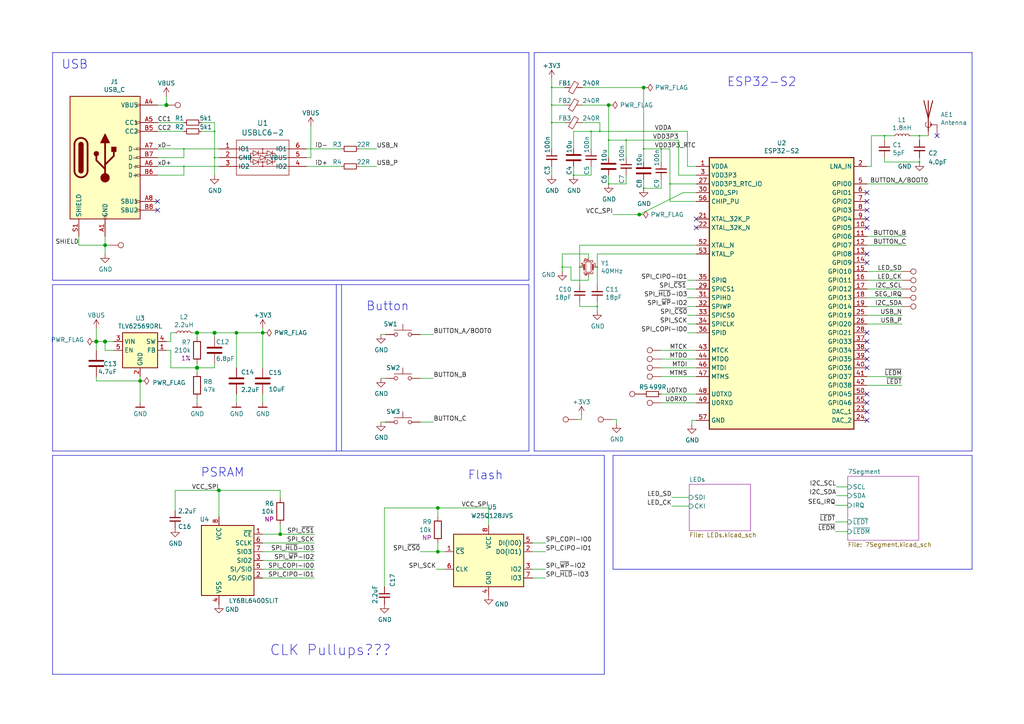
<source format=kicad_sch>
(kicad_sch (version 20210621) (generator eeschema)
  (paper "A4")
  (lib_symbols
    (symbol "Connector:TestPoint" (pin_numbers hide) (pin_names (offset 0.762) hide)
      (property "Reference" "TP" (at 0 6.858 0))
      (property "Value" "TestPoint" (at 0 5.08 0))
      (symbol "TestPoint_1_1"
        (pin passive line (at 0 0 90) (length 2.54) (name "1") (number "1"))
      )
    )
    (symbol "Connector:USB_C_Receptacle_USB2.0"
      (property "Reference" "J" (at -10.16 19.05 0))
      (property "Value" "USB_C_Receptacle_USB2.0" (at 19.05 19.05 0))
      (symbol "USB_C_Receptacle_USB2.0_1_1"
        (pin power_in line (at 0 -22.86 90) (length 5.08) (name "GND") (number "A1"))
        (pin passive line (at 0 -22.86 90) (length 5.08) hide (name "GND") (number "A12"))
        (pin power_in line (at 15.24 15.24 180) (length 5.08) (name "VBUS") (number "A4"))
        (pin bidirectional line (at 15.24 10.16 180) (length 5.08) (name "CC1") (number "A5"))
        (pin bidirectional line (at 15.24 -2.54 180) (length 5.08) (name "D+") (number "A6"))
        (pin bidirectional line (at 15.24 2.54 180) (length 5.08) (name "D-") (number "A7"))
        (pin bidirectional line (at 15.24 -12.7 180) (length 5.08) (name "SBU1") (number "A8"))
        (pin passive line (at 15.24 15.24 180) (length 5.08) hide (name "VBUS") (number "A9"))
        (pin passive line (at 0 -22.86 90) (length 5.08) hide (name "GND") (number "B1"))
        (pin passive line (at 0 -22.86 90) (length 5.08) hide (name "GND") (number "B12"))
        (pin passive line (at 15.24 15.24 180) (length 5.08) hide (name "VBUS") (number "B4"))
        (pin bidirectional line (at 15.24 7.62 180) (length 5.08) (name "CC2") (number "B5"))
        (pin bidirectional line (at 15.24 -5.08 180) (length 5.08) (name "D+") (number "B6"))
        (pin bidirectional line (at 15.24 0 180) (length 5.08) (name "D-") (number "B7"))
        (pin bidirectional line (at 15.24 -15.24 180) (length 5.08) (name "SBU2") (number "B8"))
        (pin passive line (at 15.24 15.24 180) (length 5.08) hide (name "VBUS") (number "B9"))
        (pin passive line (at -7.62 -22.86 90) (length 5.08) (name "SHIELD") (number "S1"))
      )
    )
    (symbol "Device:Antenna_Shield" (pin_numbers hide) (pin_names hide)
      (property "Reference" "AE" (at -1.905 4.445 0))
      (property "Value" "Antenna_Shield" (at -1.905 2.54 0))
      (symbol "Antenna_Shield_1_1"
        (pin input line (at 0 -5.08 90) (length 2.54) (name "A") (number "1"))
        (pin input line (at 2.54 -5.08 90) (length 2.54) (name "Shield") (number "2"))
      )
    )
    (symbol "Device:C" (pin_numbers hide) (pin_names (offset 0.254))
      (property "Reference" "C" (at 0.635 2.54 0))
      (property "Value" "C" (at 0.635 -2.54 0))
      (symbol "C_1_1"
        (pin passive line (at 0 3.81 270) (length 2.794) (name "~") (number "1"))
        (pin passive line (at 0 -3.81 90) (length 2.794) (name "~") (number "2"))
      )
    )
    (symbol "Device:C_1" (pin_numbers hide) (pin_names (offset 0.254))
      (property "Reference" "C" (at 0.635 2.54 0))
      (property "Value" "C" (at 0.635 -2.54 0))
      (symbol "C_1_1_1"
        (pin passive line (at 0 3.81 270) (length 2.794) (name "~") (number "1"))
        (pin passive line (at 0 -3.81 90) (length 2.794) (name "~") (number "2"))
      )
    )
    (symbol "Device:Crystal_GND24_Small" (pin_names hide)
      (property "Reference" "Y" (at 1.27 4.445 0))
      (property "Value" "Crystal_GND24_Small" (at 1.27 2.54 0))
      (symbol "Crystal_GND24_Small_1_1"
        (pin passive line (at -2.54 0 0) (length 1.27) (name "1") (number "1"))
        (pin passive line (at 0 -2.54 90) (length 0.635) (name "2") (number "2"))
        (pin passive line (at 2.54 0 180) (length 1.27) (name "3") (number "3"))
        (pin passive line (at 0 2.54 270) (length 0.635) (name "4") (number "4"))
      )
    )
    (symbol "Device:Ferrite_Bead_Small" (pin_numbers hide) (pin_names (offset 0))
      (property "Reference" "FB" (at 1.905 1.27 0))
      (property "Value" "Ferrite_Bead_Small" (at 1.905 -1.27 0))
      (symbol "Ferrite_Bead_Small_1_1"
        (pin passive line (at 0 2.54 270) (length 1.27) (name "~") (number "1"))
        (pin passive line (at 0 -2.54 90) (length 1.27) (name "~") (number "2"))
      )
    )
    (symbol "Device:L_Small" (pin_numbers hide) (pin_names (offset 0.254) hide)
      (property "Reference" "L" (at 0.762 1.016 0))
      (property "Value" "L_Small" (at 0.762 -1.016 0))
      (symbol "L_Small_1_1"
        (pin passive line (at 0 2.54 270) (length 0.508) (name "~") (number "1"))
        (pin passive line (at 0 -2.54 90) (length 0.508) (name "~") (number "2"))
      )
    )
    (symbol "Device:L_Small_1" (pin_numbers hide) (pin_names (offset 0.254) hide)
      (property "Reference" "L" (at 0.762 1.016 0))
      (property "Value" "L_Small" (at 0.762 -1.016 0))
      (symbol "L_Small_1_1_1"
        (pin passive line (at 0 2.54 270) (length 0.508) (name "~") (number "1"))
        (pin passive line (at 0 -2.54 90) (length 0.508) (name "~") (number "2"))
      )
    )
    (symbol "Device:R_3" (pin_numbers hide) (pin_names (offset 0))
      (property "Reference" "R" (at 2.032 0 90))
      (property "Value" "R" (at 0 0 90))
      (symbol "R_3_1_1"
        (pin passive line (at 0 3.81 270) (length 1.27) (name "~") (number "1"))
        (pin passive line (at 0 -3.81 90) (length 1.27) (name "~") (number "2"))
      )
    )
    (symbol "Device:R_4" (pin_numbers hide) (pin_names (offset 0))
      (property "Reference" "R" (at 2.032 0 90))
      (property "Value" "R" (at 0 0 90))
      (symbol "R_4_1_1"
        (pin passive line (at 0 3.81 270) (length 1.27) (name "~") (number "1"))
        (pin passive line (at 0 -3.81 90) (length 1.27) (name "~") (number "2"))
      )
    )
    (symbol "Memory_Flash:W25Q128JVS"
      (property "Reference" "U" (at -8.89 8.89 0))
      (property "Value" "W25Q128JVS" (at 7.62 8.89 0))
      (symbol "W25Q128JVS_1_1"
        (pin input line (at -12.7 2.54 0) (length 2.54) (name "~{CS}") (number "1"))
        (pin bidirectional line (at 12.7 2.54 180) (length 2.54) (name "DO(IO1)") (number "2"))
        (pin bidirectional line (at 12.7 -2.54 180) (length 2.54) (name "IO2") (number "3"))
        (pin power_in line (at 0 -10.16 90) (length 2.54) (name "GND") (number "4"))
        (pin bidirectional line (at 12.7 5.08 180) (length 2.54) (name "DI(IO0)") (number "5"))
        (pin input line (at -12.7 -2.54 0) (length 2.54) (name "CLK") (number "6"))
        (pin bidirectional line (at 12.7 -5.08 180) (length 2.54) (name "IO3") (number "7"))
        (pin power_in line (at 0 10.16 270) (length 2.54) (name "VCC") (number "8"))
      )
    )
    (symbol "Memory_RAM:ESP-PSRAM32"
      (property "Reference" "U" (at 3.81 11.43 0))
      (property "Value" "ESP-PSRAM32" (at -1.27 -11.43 0))
      (symbol "ESP-PSRAM32_1_1"
        (pin input line (at 10.16 7.62 180) (length 2.54) (name "~{CE}") (number "1"))
        (pin output line (at 10.16 -5.08 180) (length 2.54) (name "SO/SIO") (number "2"))
        (pin bidirectional line (at 10.16 0 180) (length 2.54) (name "SIO2") (number "3"))
        (pin power_in line (at -2.54 -12.7 90) (length 2.54) (name "VSS") (number "4"))
        (pin input line (at 10.16 -2.54 180) (length 2.54) (name "SI/SIO") (number "5"))
        (pin output line (at 10.16 5.08 180) (length 2.54) (name "SCLK") (number "6"))
        (pin bidirectional line (at 10.16 2.54 180) (length 2.54) (name "SIO3") (number "7"))
        (pin power_in line (at -2.54 12.7 270) (length 2.54) (name "VCC") (number "8"))
      )
    )
    (symbol "Regulator_Switching:TLV62569DRL"
      (property "Reference" "U" (at -5.08 6.35 0))
      (property "Value" "TLV62569DRL" (at 0 6.35 0))
      (symbol "TLV62569DRL_1_1"
        (pin input line (at 7.62 0 180) (length 2.54) (name "FB") (number "1"))
        (pin power_in line (at 0 -7.62 90) (length 2.54) (name "GND") (number "2"))
        (pin power_in line (at -7.62 2.54 0) (length 2.54) (name "VIN") (number "3"))
        (pin power_out line (at 7.62 2.54 180) (length 2.54) (name "SW") (number "4"))
        (pin input line (at -7.62 0 0) (length 2.54) (name "EN") (number "5"))
        (pin no_connect line (at 5.08 -2.54 180) (length 2.54) hide (name "NC") (number "6"))
      )
    )
    (symbol "Switch:SW_Push" (pin_numbers hide) (pin_names (offset 1.016) hide)
      (property "Reference" "SW" (at 1.27 2.54 0))
      (property "Value" "SW_Push" (at 0 -1.524 0))
      (symbol "SW_Push_0_1"
        (pin passive line (at -5.08 0 0) (length 2.54) (name "1") (number "1"))
        (pin passive line (at 5.08 0 180) (length 2.54) (name "2") (number "2"))
      )
    )
    (symbol "gkl_power:GND" (power) (pin_names (offset 0))
      (property "Value" "GND" (at 0 -2.54 0))
      (symbol "GND_1_1"
        (pin power_in line (at 0 0 270) (length 0) hide (name "GND") (number "1"))
      )
    )
    (symbol "icebreaker-bitsy-rescue:USBLC6-2-pkl_misc"
      (property "Reference" "U" (at 0 -7.62 0))
      (property "Value" "USBLC6-2-pkl_misc" (at 0 7.62 0))
      (symbol "USBLC6-2-pkl_misc_1_1"
        (pin bidirectional line (at -12.7 2.54 0) (length 5.08) (name "IO1") (number "1"))
        (pin power_in line (at -12.7 0 0) (length 5.08) (name "GND") (number "2"))
        (pin bidirectional line (at -12.7 -2.54 0) (length 5.08) (name "IO2") (number "3"))
        (pin bidirectional line (at 12.7 -2.54 180) (length 5.08) (name "IO2") (number "4"))
        (pin power_in line (at 12.7 0 180) (length 5.08) (name "VBUS") (number "5"))
        (pin bidirectional line (at 12.7 2.54 180) (length 5.08) (name "IO1") (number "6"))
      )
    )
    (symbol "icebreaker-bitsy-rescue:pkl_C-pkl_device" (pin_numbers hide) (pin_names (offset 0.254))
      (property "Reference" "C" (at 0.635 2.54 0))
      (property "Value" "pkl_C-pkl_device" (at 0.635 -2.54 0))
      (symbol "pkl_C-pkl_device_1_1"
        (pin passive line (at 0 2.54 270) (length 1.524) (name "~") (number "1"))
        (pin passive line (at 0 -2.54 90) (length 1.524) (name "~") (number "2"))
      )
    )
    (symbol "icebreaker-bitsy-rescue:pkl_C_Small-pkl_device" (pin_numbers hide) (pin_names (offset 0.254) hide)
      (property "Reference" "C" (at 0.254 1.778 0))
      (property "Value" "pkl_C_Small-pkl_device" (at 0.254 -2.032 0))
      (symbol "pkl_C_Small-pkl_device_1_1"
        (pin passive line (at 0 2.54 270) (length 1.905) (name "~") (number "1"))
        (pin passive line (at 0 -2.54 90) (length 2.032) (name "~") (number "2"))
      )
    )
    (symbol "icebreaker-bitsy-rescue:pkl_R_Small-pkl_device" (pin_numbers hide) (pin_names (offset 0.254) hide)
      (property "Reference" "R" (at 0.762 0.508 0))
      (property "Value" "pkl_R_Small-pkl_device" (at 0.762 -1.016 0))
      (symbol "pkl_R_Small-pkl_device_1_1"
        (pin passive line (at 0 2.54 270) (length 0.762) (name "~") (number "1"))
        (pin passive line (at 0 -2.54 90) (length 0.762) (name "~") (number "2"))
      )
    )
    (symbol "obsidian-boa:ESP32-S2"
      (property "Reference" "U" (at 0 41.91 0))
      (property "Value" "ESP32-S2" (at 0 39.37 0))
      (symbol "ESP32-S2_1_1"
        (pin input line (at -24.13 34.29 0) (length 3.81) (name "VDDA") (number "1"))
        (pin input line (at 25.4 16.51 180) (length 3.81) (name "GPIO5") (number "10"))
        (pin input line (at 25.4 13.97 180) (length 3.81) (name "GPIO6") (number "11"))
        (pin input line (at 25.4 11.43 180) (length 3.81) (name "GPIO7") (number "12"))
        (pin input line (at 25.4 8.89 180) (length 3.81) (name "GPIO8") (number "13"))
        (pin input line (at 25.4 6.35 180) (length 3.81) (name "GPIO9") (number "14"))
        (pin input line (at 25.4 3.81 180) (length 3.81) (name "GPIO10") (number "15"))
        (pin input line (at 25.4 1.27 180) (length 3.81) (name "GPIO11") (number "16"))
        (pin input line (at 25.4 -1.27 180) (length 3.81) (name "GPIO12") (number "17"))
        (pin input line (at 25.4 -3.81 180) (length 3.81) (name "GPIO13") (number "18"))
        (pin input line (at 25.4 -6.35 180) (length 3.81) (name "GPIO14") (number "19"))
        (pin input line (at 25.4 34.29 180) (length 3.81) (name "LNA_IN") (number "2"))
        (pin input line (at -24.13 29.21 0) (length 3.81) hide (name "VDD3P3_RTC") (number "20"))
        (pin input line (at -24.13 19.05 0) (length 3.81) (name "XTAL_32K_P") (number "21"))
        (pin input line (at -24.13 16.51 0) (length 3.81) (name "XTAL_32K_N") (number "22"))
        (pin input line (at 25.4 -36.83 180) (length 3.81) (name "DAC_1") (number "23"))
        (pin input line (at 25.4 -39.37 180) (length 3.81) (name "DAC_2") (number "24"))
        (pin input line (at 25.4 -8.89 180) (length 3.81) (name "GPIO19") (number "25"))
        (pin input line (at 25.4 -11.43 180) (length 3.81) (name "GPIO20") (number "26"))
        (pin input line (at -24.13 29.21 0) (length 3.81) (name "VDD3P3_RTC_IO") (number "27"))
        (pin input line (at 25.4 -13.97 180) (length 3.81) (name "GPIO21") (number "28"))
        (pin input line (at -24.13 -1.27 0) (length 3.81) (name "SPICS1") (number "29"))
        (pin input line (at -24.13 31.75 0) (length 3.81) (name "VDD3P3") (number "3"))
        (pin input line (at -24.13 26.67 0) (length 3.81) (name "VDD_SPI") (number "30"))
        (pin input line (at -24.13 -3.81 0) (length 3.81) (name "SPIHD") (number "31"))
        (pin input line (at -24.13 -6.35 0) (length 3.81) (name "SPIWP") (number "32"))
        (pin input line (at -24.13 -8.89 0) (length 3.81) (name "SPICS0") (number "33"))
        (pin input line (at -24.13 -11.43 0) (length 3.81) (name "SPICLK") (number "34"))
        (pin input line (at -24.13 1.27 0) (length 3.81) (name "SPIQ") (number "35"))
        (pin input line (at -24.13 -13.97 0) (length 3.81) (name "SPID") (number "36"))
        (pin input line (at 25.4 -16.51 180) (length 3.81) (name "GPIO33") (number "37"))
        (pin input line (at 25.4 -19.05 180) (length 3.81) (name "GPIO34") (number "38"))
        (pin input line (at 25.4 -21.59 180) (length 3.81) (name "GPIO35") (number "39"))
        (pin input line (at -24.13 31.75 0) (length 3.81) hide (name "VDD3P3") (number "4"))
        (pin input line (at 25.4 -24.13 180) (length 3.81) (name "GPIO36") (number "40"))
        (pin input line (at 25.4 -26.67 180) (length 3.81) (name "GPIO37") (number "41"))
        (pin input line (at 25.4 -29.21 180) (length 3.81) (name "GPIO38") (number "42"))
        (pin input line (at -24.13 -19.05 0) (length 3.81) (name "MTCK") (number "43"))
        (pin input line (at -24.13 -21.59 0) (length 3.81) (name "MTDO") (number "44"))
        (pin input line (at -24.13 29.21 0) (length 3.81) hide (name "VDD3P3_CPU") (number "45"))
        (pin input line (at -24.13 -24.13 0) (length 3.81) (name "MTDI") (number "46"))
        (pin input line (at -24.13 -26.67 0) (length 3.81) (name "MTMS") (number "47"))
        (pin input line (at -24.13 -31.75 0) (length 3.81) (name "U0TXD") (number "48"))
        (pin input line (at -24.13 -34.29 0) (length 3.81) (name "U0RXD") (number "49"))
        (pin input line (at 25.4 29.21 180) (length 3.81) (name "GPIO0") (number "5"))
        (pin input line (at 25.4 -31.75 180) (length 3.81) (name "GPIO45") (number "50"))
        (pin input line (at -24.13 34.29 0) (length 3.81) hide (name "VDDA") (number "51"))
        (pin input line (at -24.13 11.43 0) (length 3.81) (name "XTAL_N") (number "52"))
        (pin input line (at -24.13 8.89 0) (length 3.81) (name "KTAL_P") (number "53"))
        (pin input line (at -24.13 34.29 0) (length 3.81) hide (name "VDDA") (number "54"))
        (pin input line (at 25.4 -34.29 180) (length 3.81) (name "GPIO46") (number "55"))
        (pin input line (at -24.13 24.13 0) (length 3.81) (name "CHIP_PU") (number "56"))
        (pin input line (at -24.13 -39.37 0) (length 3.81) (name "GND") (number "57"))
        (pin input line (at 25.4 26.67 180) (length 3.81) (name "GPIO1") (number "6"))
        (pin input line (at 25.4 24.13 180) (length 3.81) (name "GPIO2") (number "7"))
        (pin input line (at 25.4 21.59 180) (length 3.81) (name "GPIO3") (number "8"))
        (pin input line (at 25.4 19.05 180) (length 3.81) (name "GPIO4") (number "9"))
      )
    )
    (symbol "power:+3V3" (power) (pin_names (offset 0))
      (property "Value" "+3V3" (at 0 3.556 0))
      (symbol "+3V3_1_1"
        (pin power_in line (at 0 0 90) (length 0) hide (name "+3V3") (number "1"))
      )
    )
    (symbol "power:GND" (power) (pin_names (offset 0))
      (property "Value" "GND" (at 0 -3.81 0))
      (symbol "GND_1_1"
        (pin power_in line (at 0 0 270) (length 0) hide (name "GND") (number "1"))
      )
    )
    (symbol "power:PWR_FLAG" (power) (pin_numbers hide) (pin_names (offset 0) hide)
      (property "Value" "PWR_FLAG" (at 0 3.81 0))
      (symbol "PWR_FLAG_0_0"
        (pin power_out line (at 0 0 90) (length 0) (name "pwr") (number "1"))
      )
    )
    (symbol "power:VBUS" (power) (pin_names (offset 0))
      (property "Value" "VBUS" (at 0 3.81 0))
      (symbol "VBUS_1_1"
        (pin power_in line (at 0 0 90) (length 0) hide (name "VBUS") (number "1"))
      )
    )
  )
  (junction (at 27.94 99.06) (diameter 1.016))
  (junction (at 30.48 71.12) (diameter 0.9144))
  (junction (at 30.48 99.06) (diameter 1.016))
  (junction (at 40.64 110.49) (diameter 0.9144))
  (junction (at 48.26 30.48) (diameter 1.016))
  (junction (at 53.34 43.18) (diameter 0.3048))
  (junction (at 53.34 48.26) (diameter 0.3048))
  (junction (at 57.15 96.52) (diameter 1))
  (junction (at 57.15 106.68) (diameter 1.016))
  (junction (at 62.23 38.1) (diameter 0.3048))
  (junction (at 62.23 45.72) (diameter 0.3048))
  (junction (at 62.23 96.52) (diameter 1))
  (junction (at 63.5 142.24) (diameter 0.9144))
  (junction (at 68.58 96.52) (diameter 0.9144))
  (junction (at 76.2 96.52) (diameter 0.9144))
  (junction (at 81.28 154.94) (diameter 0.9144))
  (junction (at 127 147.32) (diameter 0.9144))
  (junction (at 127 160.02) (diameter 0.9144))
  (junction (at 160.02 25.4) (diameter 0.3048))
  (junction (at 160.02 30.48) (diameter 0.3048))
  (junction (at 160.02 35.56) (diameter 0.3048))
  (junction (at 163.068 77.47) (diameter 0.3048))
  (junction (at 166.37 50.8) (diameter 0.3048))
  (junction (at 168.148 77.47) (diameter 0.3048))
  (junction (at 171.45 38.1) (diameter 0.3048))
  (junction (at 173.228 77.47) (diameter 0.3048))
  (junction (at 173.228 88.9) (diameter 0.3048))
  (junction (at 173.99 38.1) (diameter 0.3048))
  (junction (at 176.53 30.48) (diameter 0.9144))
  (junction (at 176.53 40.64) (diameter 0.3048))
  (junction (at 176.53 53.34) (diameter 0.3048))
  (junction (at 181.61 40.64) (diameter 0.3048))
  (junction (at 185.42 62.23) (diameter 0.9144))
  (junction (at 186.69 25.4) (diameter 0.9144))
  (junction (at 186.69 43.18) (diameter 0.3048))
  (junction (at 186.69 54.61) (diameter 0.3048))
  (junction (at 191.77 43.18) (diameter 0.3048))
  (junction (at 194.31 53.34) (diameter 0.3048))
  (junction (at 256.54 39.37) (diameter 0.3048))
  (junction (at 266.7 39.37) (diameter 0.3048))
  (junction (at 266.7 46.99) (diameter 0.3048))
  (no_connect (at 45.72 58.42))
  (no_connect (at 45.72 60.96))
  (no_connect (at 201.93 63.5))
  (no_connect (at 201.93 66.04))
  (no_connect (at 251.46 55.88))
  (no_connect (at 251.46 58.42))
  (no_connect (at 251.46 60.96))
  (no_connect (at 251.46 63.5))
  (no_connect (at 251.46 66.04))
  (no_connect (at 251.46 73.66))
  (no_connect (at 251.46 76.2))
  (no_connect (at 251.46 96.52))
  (no_connect (at 251.46 99.06))
  (no_connect (at 251.46 101.6))
  (no_connect (at 251.46 104.14))
  (no_connect (at 251.46 106.68))
  (no_connect (at 251.46 114.3))
  (no_connect (at 251.46 116.84))
  (no_connect (at 251.46 119.38))
  (no_connect (at 251.46 121.92))
  (no_connect (at 271.78 39.37))
  (wire (pts (xy 22.86 68.58) (xy 22.86 71.12)))
  (wire (pts (xy 22.86 71.12) (xy 30.48 71.12)))
  (wire (pts (xy 27.94 95.25) (xy 27.94 99.06)))
  (wire (pts (xy 27.94 99.06) (xy 27.94 101.6)))
  (wire (pts (xy 27.94 99.06) (xy 30.48 99.06)))
  (wire (pts (xy 27.94 109.22) (xy 27.94 110.49)))
  (wire (pts (xy 27.94 110.49) (xy 40.64 110.49)))
  (wire (pts (xy 30.48 68.58) (xy 30.48 71.12)))
  (wire (pts (xy 30.48 71.12) (xy 30.48 73.66)))
  (wire (pts (xy 30.48 71.12) (xy 31.75 71.12)))
  (wire (pts (xy 30.48 99.06) (xy 33.02 99.06)))
  (wire (pts (xy 30.48 101.6) (xy 30.48 99.06)))
  (wire (pts (xy 33.02 101.6) (xy 30.48 101.6)))
  (wire (pts (xy 40.64 109.22) (xy 40.64 110.49)))
  (wire (pts (xy 40.64 110.49) (xy 40.64 116.84)))
  (wire (pts (xy 45.72 30.48) (xy 48.26 30.48)))
  (wire (pts (xy 45.72 35.56) (xy 53.34 35.56)))
  (wire (pts (xy 45.72 38.1) (xy 53.34 38.1)))
  (wire (pts (xy 45.72 43.18) (xy 53.34 43.18)))
  (wire (pts (xy 45.72 45.72) (xy 53.34 45.72)))
  (wire (pts (xy 45.72 48.26) (xy 53.34 48.26)))
  (wire (pts (xy 45.72 50.8) (xy 53.34 50.8)))
  (wire (pts (xy 48.26 27.94) (xy 48.26 30.48)))
  (wire (pts (xy 49.53 96.52) (xy 49.53 99.06)))
  (wire (pts (xy 49.53 96.52) (xy 50.8 96.52)))
  (wire (pts (xy 49.53 99.06) (xy 48.26 99.06)))
  (wire (pts (xy 49.53 101.6) (xy 48.26 101.6)))
  (wire (pts (xy 49.53 106.68) (xy 49.53 101.6)))
  (wire (pts (xy 50.8 142.24) (xy 63.5 142.24)))
  (wire (pts (xy 50.8 148.082) (xy 50.8 142.24)))
  (wire (pts (xy 53.34 43.18) (xy 63.5 43.18)))
  (wire (pts (xy 53.34 45.72) (xy 53.34 43.18)))
  (wire (pts (xy 53.34 48.26) (xy 63.5 48.26)))
  (wire (pts (xy 53.34 50.8) (xy 53.34 48.26)))
  (wire (pts (xy 55.88 96.52) (xy 57.15 96.52)))
  (wire (pts (xy 57.15 96.52) (xy 57.15 97.79)))
  (wire (pts (xy 57.15 96.52) (xy 62.23 96.52)))
  (wire (pts (xy 57.15 105.41) (xy 57.15 106.68)))
  (wire (pts (xy 57.15 106.68) (xy 49.53 106.68)))
  (wire (pts (xy 57.15 106.68) (xy 57.15 107.95)))
  (wire (pts (xy 57.15 115.57) (xy 57.15 116.84)))
  (wire (pts (xy 58.42 35.56) (xy 62.23 35.56)))
  (wire (pts (xy 58.42 38.1) (xy 62.23 38.1)))
  (wire (pts (xy 62.23 35.56) (xy 62.23 38.1)))
  (wire (pts (xy 62.23 38.1) (xy 62.23 45.72)))
  (wire (pts (xy 62.23 45.72) (xy 62.23 50.8)))
  (wire (pts (xy 62.23 96.52) (xy 62.23 97.79)))
  (wire (pts (xy 62.23 96.52) (xy 68.58 96.52)))
  (wire (pts (xy 62.23 105.41) (xy 62.23 106.68)))
  (wire (pts (xy 62.23 106.68) (xy 57.15 106.68)))
  (wire (pts (xy 63.5 45.72) (xy 62.23 45.72)))
  (wire (pts (xy 63.5 142.24) (xy 63.5 149.86)))
  (wire (pts (xy 68.58 96.52) (xy 68.58 106.68)))
  (wire (pts (xy 68.58 96.52) (xy 76.2 96.52)))
  (wire (pts (xy 68.58 114.3) (xy 68.58 116.84)))
  (wire (pts (xy 76.2 95.25) (xy 76.2 96.52)))
  (wire (pts (xy 76.2 96.52) (xy 76.2 106.68)))
  (wire (pts (xy 76.2 114.3) (xy 76.2 116.84)))
  (wire (pts (xy 76.2 154.94) (xy 81.28 154.94)))
  (wire (pts (xy 76.2 157.48) (xy 91.186 157.48)))
  (wire (pts (xy 76.2 160.02) (xy 91.186 160.02)))
  (wire (pts (xy 76.2 162.56) (xy 91.186 162.56)))
  (wire (pts (xy 76.2 165.1) (xy 91.186 165.1)))
  (wire (pts (xy 76.2 167.64) (xy 91.186 167.64)))
  (wire (pts (xy 81.28 142.24) (xy 63.5 142.24)))
  (wire (pts (xy 81.28 144.526) (xy 81.28 142.24)))
  (wire (pts (xy 81.28 152.146) (xy 81.28 154.94)))
  (wire (pts (xy 81.28 154.94) (xy 91.186 154.94)))
  (wire (pts (xy 88.9 43.18) (xy 99.06 43.18)))
  (wire (pts (xy 88.9 45.72) (xy 90.17 45.72)))
  (wire (pts (xy 88.9 48.26) (xy 99.06 48.26)))
  (wire (pts (xy 90.17 45.72) (xy 90.17 36.576)))
  (wire (pts (xy 104.14 43.18) (xy 109.22 43.18)))
  (wire (pts (xy 104.14 48.26) (xy 109.22 48.26)))
  (wire (pts (xy 111.506 147.32) (xy 111.506 170.18)))
  (wire (pts (xy 111.506 147.32) (xy 127 147.32)))
  (wire (pts (xy 111.76 97.028) (xy 110.49 97.028)))
  (wire (pts (xy 111.76 109.728) (xy 110.49 109.728)))
  (wire (pts (xy 111.76 122.428) (xy 110.49 122.428)))
  (wire (pts (xy 121.92 97.028) (xy 125.73 97.028)))
  (wire (pts (xy 121.92 109.728) (xy 125.73 109.728)))
  (wire (pts (xy 121.92 122.428) (xy 125.73 122.428)))
  (wire (pts (xy 121.92 160.02) (xy 127 160.02)))
  (wire (pts (xy 126.492 165.1) (xy 129.032 165.1)))
  (wire (pts (xy 127 147.32) (xy 141.732 147.32)))
  (wire (pts (xy 127 149.86) (xy 127 147.32)))
  (wire (pts (xy 127 157.48) (xy 127 160.02)))
  (wire (pts (xy 127 160.02) (xy 129.032 160.02)))
  (wire (pts (xy 141.732 147.32) (xy 141.732 152.4)))
  (wire (pts (xy 154.432 157.48) (xy 158.242 157.48)))
  (wire (pts (xy 154.432 160.02) (xy 158.242 160.02)))
  (wire (pts (xy 154.432 165.1) (xy 158.242 165.1)))
  (wire (pts (xy 154.432 167.64) (xy 158.242 167.64)))
  (wire (pts (xy 160.02 22.86) (xy 160.02 25.4)))
  (wire (pts (xy 160.02 25.4) (xy 160.02 30.48)))
  (wire (pts (xy 160.02 25.4) (xy 163.83 25.4)))
  (wire (pts (xy 160.02 30.48) (xy 160.02 35.56)))
  (wire (pts (xy 160.02 30.48) (xy 163.83 30.48)))
  (wire (pts (xy 160.02 35.56) (xy 160.02 43.18)))
  (wire (pts (xy 160.02 35.56) (xy 163.83 35.56)))
  (wire (pts (xy 160.02 50.8) (xy 160.02 48.26)))
  (wire (pts (xy 163.068 73.66) (xy 170.688 73.66)))
  (wire (pts (xy 163.068 77.47) (xy 163.068 73.66)))
  (wire (pts (xy 163.068 78.74) (xy 163.068 77.47)))
  (wire (pts (xy 165.608 77.47) (xy 163.068 77.47)))
  (wire (pts (xy 165.608 81.28) (xy 165.608 77.47)))
  (wire (pts (xy 166.37 38.1) (xy 171.45 38.1)))
  (wire (pts (xy 166.37 43.18) (xy 166.37 38.1)))
  (wire (pts (xy 166.37 48.26) (xy 166.37 50.8)))
  (wire (pts (xy 166.37 50.8) (xy 171.45 50.8)))
  (wire (pts (xy 167.386 121.666) (xy 168.656 121.666)))
  (wire (pts (xy 168.148 71.12) (xy 201.93 71.12)))
  (wire (pts (xy 168.148 77.47) (xy 168.148 71.12)))
  (wire (pts (xy 168.148 82.55) (xy 168.148 77.47)))
  (wire (pts (xy 168.148 87.63) (xy 168.148 88.9)))
  (wire (pts (xy 168.148 88.9) (xy 173.228 88.9)))
  (wire (pts (xy 168.656 121.666) (xy 168.656 120.396)))
  (wire (pts (xy 168.91 25.4) (xy 186.69 25.4)))
  (wire (pts (xy 168.91 30.48) (xy 176.53 30.48)))
  (wire (pts (xy 168.91 35.56) (xy 173.99 35.56)))
  (wire (pts (xy 170.688 73.66) (xy 170.688 74.93)))
  (wire (pts (xy 170.688 80.01) (xy 170.688 81.28)))
  (wire (pts (xy 170.688 81.28) (xy 165.608 81.28)))
  (wire (pts (xy 171.45 38.1) (xy 171.45 43.18)))
  (wire (pts (xy 171.45 38.1) (xy 173.99 38.1)))
  (wire (pts (xy 171.45 48.26) (xy 171.45 50.8)))
  (wire (pts (xy 173.228 73.66) (xy 173.228 77.47)))
  (wire (pts (xy 173.228 73.66) (xy 201.93 73.66)))
  (wire (pts (xy 173.228 82.55) (xy 173.228 77.47)))
  (wire (pts (xy 173.228 88.9) (xy 173.228 87.63)))
  (wire (pts (xy 173.228 88.9) (xy 173.228 90.17)))
  (wire (pts (xy 173.99 35.56) (xy 173.99 38.1)))
  (wire (pts (xy 176.53 30.48) (xy 176.53 40.64)))
  (wire (pts (xy 176.53 40.64) (xy 181.61 40.64)))
  (wire (pts (xy 176.53 45.72) (xy 176.53 40.64)))
  (wire (pts (xy 176.53 50.8) (xy 176.53 53.34)))
  (wire (pts (xy 176.53 53.34) (xy 181.61 53.34)))
  (wire (pts (xy 177.546 121.666) (xy 178.816 121.666)))
  (wire (pts (xy 177.8 62.23) (xy 185.42 62.23)))
  (wire (pts (xy 178.816 121.666) (xy 178.816 122.936)))
  (wire (pts (xy 181.61 40.64) (xy 181.61 45.72)))
  (wire (pts (xy 181.61 50.8) (xy 181.61 53.34)))
  (wire (pts (xy 185.42 62.23) (xy 198.12 55.88)))
  (wire (pts (xy 186.69 25.4) (xy 186.69 43.18)))
  (wire (pts (xy 186.69 43.18) (xy 191.77 43.18)))
  (wire (pts (xy 186.69 46.99) (xy 186.69 43.18)))
  (wire (pts (xy 186.69 52.07) (xy 186.69 54.61)))
  (wire (pts (xy 186.69 54.61) (xy 191.77 54.61)))
  (wire (pts (xy 191.77 43.18) (xy 191.77 46.99)))
  (wire (pts (xy 191.77 52.07) (xy 191.77 54.61)))
  (wire (pts (xy 191.77 101.6) (xy 201.93 101.6)))
  (wire (pts (xy 191.77 104.14) (xy 201.93 104.14)))
  (wire (pts (xy 191.77 106.68) (xy 201.93 106.68)))
  (wire (pts (xy 191.77 109.22) (xy 201.93 109.22)))
  (wire (pts (xy 191.77 114.3) (xy 201.93 114.3)))
  (wire (pts (xy 191.77 116.84) (xy 201.93 116.84)))
  (wire (pts (xy 194.31 43.18) (xy 191.77 43.18)))
  (wire (pts (xy 194.31 53.34) (xy 194.31 43.18)))
  (wire (pts (xy 194.31 58.42) (xy 194.31 53.34)))
  (wire (pts (xy 194.31 58.42) (xy 201.93 58.42)))
  (wire (pts (xy 194.818 144.272) (xy 199.898 144.272)))
  (wire (pts (xy 194.818 146.812) (xy 199.898 146.812)))
  (wire (pts (xy 196.85 40.64) (xy 181.61 40.64)))
  (wire (pts (xy 196.85 50.8) (xy 196.85 40.64)))
  (wire (pts (xy 196.85 50.8) (xy 201.93 50.8)))
  (wire (pts (xy 198.12 55.88) (xy 201.93 55.88)))
  (wire (pts (xy 199.136 83.82) (xy 201.93 83.82)))
  (wire (pts (xy 199.39 38.1) (xy 173.99 38.1)))
  (wire (pts (xy 199.39 48.26) (xy 199.39 38.1)))
  (wire (pts (xy 200.66 121.92) (xy 201.93 121.92)))
  (wire (pts (xy 200.66 123.19) (xy 200.66 121.92)))
  (wire (pts (xy 201.93 48.26) (xy 199.39 48.26)))
  (wire (pts (xy 201.93 53.34) (xy 194.31 53.34)))
  (wire (pts (xy 201.93 81.28) (xy 199.39 81.28)))
  (wire (pts (xy 201.93 86.36) (xy 199.39 86.36)))
  (wire (pts (xy 201.93 88.9) (xy 199.39 88.9)))
  (wire (pts (xy 201.93 91.44) (xy 199.39 91.44)))
  (wire (pts (xy 201.93 93.98) (xy 199.39 93.98)))
  (wire (pts (xy 201.93 96.52) (xy 199.39 96.52)))
  (wire (pts (xy 242.316 146.558) (xy 245.872 146.558)))
  (wire (pts (xy 242.316 151.384) (xy 245.872 151.384)))
  (wire (pts (xy 242.316 154.178) (xy 245.872 154.178)))
  (wire (pts (xy 242.57 141.224) (xy 245.872 141.224)))
  (wire (pts (xy 242.57 143.764) (xy 245.872 143.764)))
  (wire (pts (xy 251.46 48.26) (xy 252.73 48.26)))
  (wire (pts (xy 251.46 53.34) (xy 269.24 53.34)))
  (wire (pts (xy 251.46 68.58) (xy 262.89 68.58)))
  (wire (pts (xy 251.46 71.12) (xy 262.89 71.12)))
  (wire (pts (xy 251.46 78.74) (xy 261.62 78.74)))
  (wire (pts (xy 251.46 81.28) (xy 261.62 81.28)))
  (wire (pts (xy 251.46 83.82) (xy 261.62 83.82)))
  (wire (pts (xy 251.46 86.36) (xy 261.62 86.36)))
  (wire (pts (xy 251.46 88.9) (xy 261.62 88.9)))
  (wire (pts (xy 251.46 91.44) (xy 261.62 91.44)))
  (wire (pts (xy 251.46 93.98) (xy 261.62 93.98)))
  (wire (pts (xy 251.46 109.22) (xy 261.62 109.22)))
  (wire (pts (xy 251.46 111.76) (xy 261.62 111.76)))
  (wire (pts (xy 252.73 39.37) (xy 256.54 39.37)))
  (wire (pts (xy 252.73 48.26) (xy 252.73 39.37)))
  (wire (pts (xy 256.54 39.37) (xy 259.08 39.37)))
  (wire (pts (xy 256.54 40.64) (xy 256.54 39.37)))
  (wire (pts (xy 256.54 45.72) (xy 256.54 46.99)))
  (wire (pts (xy 256.54 46.99) (xy 266.7 46.99)))
  (wire (pts (xy 264.16 39.37) (xy 266.7 39.37)))
  (wire (pts (xy 266.7 39.37) (xy 266.7 40.64)))
  (wire (pts (xy 266.7 39.37) (xy 269.24 39.37)))
  (wire (pts (xy 266.7 45.72) (xy 266.7 46.99)))
  (polyline (pts (xy 15.24 15.24) (xy 153.416 15.24)) (stroke (width 0) (type solid)))
  (polyline (pts (xy 15.24 81.28) (xy 15.24 15.24)) (stroke (width 0) (type solid)))
  (polyline (pts (xy 15.24 82.55) (xy 15.24 130.81)) (stroke (width 0) (type solid)))
  (polyline (pts (xy 15.24 82.55) (xy 153.416 82.55)) (stroke (width 0) (type solid)))
  (polyline (pts (xy 15.24 132.08) (xy 114.3 132.08)) (stroke (width 0.152) (type solid)))
  (polyline (pts (xy 15.24 195.58) (xy 15.24 132.08)) (stroke (width 0) (type solid)))
  (polyline (pts (xy 97.536 82.55) (xy 97.536 130.81)) (stroke (width 0) (type solid)))
  (polyline (pts (xy 99.06 82.55) (xy 99.06 130.81)) (stroke (width 0) (type solid)))
  (polyline (pts (xy 114.3 195.58) (xy 15.24 195.58)) (stroke (width 0) (type solid)))
  (polyline (pts (xy 114.3 195.58) (xy 175.26 195.58)) (stroke (width 0) (type solid)))
  (polyline (pts (xy 153.416 15.24) (xy 153.416 81.28)) (stroke (width 0) (type solid)))
  (polyline (pts (xy 153.416 81.28) (xy 15.24 81.28)) (stroke (width 0) (type solid)))
  (polyline (pts (xy 153.416 82.55) (xy 153.416 130.81)) (stroke (width 0) (type solid)))
  (polyline (pts (xy 153.416 130.81) (xy 15.24 130.81)) (stroke (width 0) (type solid)))
  (polyline (pts (xy 153.67 132.08) (xy 114.3 132.08)) (stroke (width 0) (type solid)))
  (polyline (pts (xy 153.67 132.08) (xy 153.67 132.08)) (stroke (width 0) (type solid)))
  (polyline (pts (xy 154.94 15.24) (xy 281.94 15.24)) (stroke (width 0) (type solid)))
  (polyline (pts (xy 154.94 130.81) (xy 154.94 15.24)) (stroke (width 0) (type solid)))
  (polyline (pts (xy 175.26 132.08) (xy 153.67 132.08)) (stroke (width 0) (type solid)))
  (polyline (pts (xy 175.26 195.58) (xy 175.26 132.08)) (stroke (width 0) (type solid)))
  (polyline (pts (xy 177.8 132.08) (xy 281.94 132.08)) (stroke (width 0) (type solid)))
  (polyline (pts (xy 177.8 165.1) (xy 177.8 132.08)) (stroke (width 0) (type solid)))
  (polyline (pts (xy 281.94 15.24) (xy 281.94 130.81)) (stroke (width 0) (type solid)))
  (polyline (pts (xy 281.94 130.81) (xy 154.94 130.81)) (stroke (width 0) (type solid)))
  (polyline (pts (xy 281.94 132.08) (xy 281.94 165.1)) (stroke (width 0) (type solid)))
  (polyline (pts (xy 281.94 165.1) (xy 177.8 165.1)) (stroke (width 0) (type solid)))
  (text "USB" (at 17.78 20.32 0) (effects (font (size 2.54 2.54)) (justify left bottom)))
  (text "CHECK AP102 FOOTPRINT PADS VDD + GND" (at 34.29 -33.655 0) (effects (font (size 5 5)) (justify left bottom)))
  (text "SWAP DCDC FOR THE 1A INSTEAD OF 2A\nDUE TO AVAILABILITY" (at 36.322 -7.874 0) (effects (font (size 5 5)) (justify left bottom)))
  (text "PSRAM" (at 58.166 138.684 0) (effects (font (size 2.54 2.54)) (justify left bottom)))
  (text "Button" (at 106.172 90.424 0) (effects (font (size 2.54 2.54)) (justify left bottom)))
  (text "CLK Pullups???" (at 113.538 190.5 180) (effects (font (size 3 3)) (justify right bottom)))
  (text "Flash" (at 135.636 139.446 0) (effects (font (size 2.54 2.54)) (justify left bottom)))
  (text "ESP32-S2\n" (at 210.82 25.4 0) (effects (font (size 2.54 2.54)) (justify left bottom)))
  (label "SHIELD" (at 22.86 71.12 180))
  (label "CC1" (at 45.72 35.56 0))
  (label "CC2" (at 45.72 38.1 0))
  (label "xD-" (at 45.72 43.18 0))
  (label "xD+" (at 45.72 48.26 0))
  (label "VCC_SPI" (at 63.5 142.24 180))
  (label "SPI_~{CS1}" (at 91.186 154.94 180))
  (label "SPI_SCK" (at 91.186 157.48 180))
  (label "SPI_~{HLD}-IO3" (at 91.186 160.02 180))
  (label "SPI_~{WP}-IO2" (at 91.186 162.56 180))
  (label "SPI_COPI-IO0" (at 91.186 165.1 180))
  (label "SPI_CIPO-IO1" (at 91.186 167.64 180))
  (label "iD-" (at 91.44 43.18 0))
  (label "iD+" (at 91.44 48.26 0))
  (label "USB_N" (at 109.22 43.18 0))
  (label "USB_P" (at 109.22 48.26 0))
  (label "SPI_~{CS0}" (at 121.92 160.02 180))
  (label "BUTTON_A{slash}BOOT0" (at 125.73 97.028 0))
  (label "BUTTON_B" (at 125.73 109.728 0))
  (label "BUTTON_C" (at 125.73 122.428 0))
  (label "SPI_SCK" (at 126.492 165.1 180))
  (label "VCC_SPI" (at 141.732 147.32 180))
  (label "SPI_COPI-IO0" (at 158.242 157.48 0))
  (label "SPI_CIPO-IO1" (at 158.242 160.02 0))
  (label "SPI_~{WP}-IO2" (at 158.242 165.1 0))
  (label "SPI_~{HLD}-IO3" (at 158.242 167.64 0))
  (label "VCC_SPI" (at 177.8 62.23 180))
  (label "VDDA" (at 189.865 38.1 0))
  (label "VDD3P3_RTC" (at 189.865 43.18 0))
  (label "LED_SD" (at 194.818 144.272 180))
  (label "LED_CK" (at 194.818 146.812 180))
  (label "VDD3P3" (at 196.85 40.64 180))
  (label "SPI_~{CS1}" (at 199.136 83.82 180))
  (label "SPI_CIPO-IO1" (at 199.39 81.28 180))
  (label "SPI_~{HLD}-IO3" (at 199.39 86.36 180))
  (label "SPI_~{WP}-IO2" (at 199.39 88.9 180))
  (label "SPI_~{CS0}" (at 199.39 91.44 180))
  (label "SPI_SCK" (at 199.39 93.98 180))
  (label "SPI_COPI-IO0" (at 199.39 96.52 180))
  (label "MTCK" (at 199.39 101.6 180))
  (label "MTDO" (at 199.39 104.14 180))
  (label "MTDI" (at 199.39 106.68 180))
  (label "MTMS" (at 199.39 109.22 180))
  (label "U0TXD" (at 199.39 114.3 180))
  (label "U0RXD" (at 199.39 116.84 180))
  (label "SEG_IRQ" (at 242.316 146.558 180))
  (label "~{LEDT}" (at 242.316 151.384 180))
  (label "~{LEDM}" (at 242.316 154.178 180))
  (label "I2C_SCL" (at 242.57 141.224 180))
  (label "I2C_SDA" (at 242.57 143.764 180))
  (label "LED_SD" (at 261.62 78.74 180))
  (label "LED_CK" (at 261.62 81.28 180))
  (label "I2C_SCL" (at 261.62 83.82 180))
  (label "SEG_IRQ" (at 261.62 86.36 180))
  (label "I2C_SDA" (at 261.62 88.9 180))
  (label "USB_N" (at 261.62 91.44 180))
  (label "USB_P" (at 261.62 93.98 180))
  (label "~{LEDM}" (at 261.62 109.22 180))
  (label "~{LEDT}" (at 261.62 111.76 180))
  (label "BUTTON_B" (at 262.89 68.58 180))
  (label "BUTTON_C" (at 262.89 71.12 180))
  (label "BUTTON_A{slash}BOOT0" (at 269.24 53.34 180))
  (symbol (lib_id "power:VBUS") (at 27.94 95.25 0) (unit 1)
    (property "Reference" "#PWR014" (effects hide))
    (property "Value" "VBUS" (at 27.94 91.44 0))
  )
  (symbol (lib_id "power:VBUS") (at 48.26 27.94 0) (unit 1)
    (property "Reference" "#PWR01" (effects hide))
    (property "Value" "VBUS" (at 48.26 24.13 0))
  )
  (symbol (lib_id "power:+3V3") (at 76.2 95.25 0) (unit 1)
    (property "Reference" "#PWR015" (effects hide))
    (property "Value" "+3V3" (at 76.2 91.44 0))
  )
  (symbol (lib_id "power:VBUS") (at 90.17 36.576 0) (unit 1)
    (property "Reference" "#PWR02" (effects hide))
    (property "Value" "VBUS" (at 90.17 32.766 0))
  )
  (symbol (lib_id "power:+3V3") (at 160.02 22.86 0) (unit 1)
    (property "Reference" "#PWR03" (effects hide))
    (property "Value" "+3V3" (at 160.02 19.05 0))
  )
  (symbol (lib_id "power:+3V3") (at 168.656 120.396 0) (unit 1)
    (property "Reference" "#PWR023" (effects hide))
    (property "Value" "+3V3" (at 168.656 116.586 0))
  )
  (symbol (lib_id "gkl_power:GND") (at 40.64 116.84 0) (unit 1)
    (property "Reference" "#PWR018" (effects hide))
    (property "Value" "GND" (at 40.7162 120.0404 0))
  )
  (symbol (lib_id "gkl_power:GND") (at 57.15 116.84 0) (unit 1)
    (property "Reference" "#PWR019" (effects hide))
    (property "Value" "GND" (at 57.2262 120.0404 0))
  )
  (symbol (lib_id "gkl_power:GND") (at 68.58 116.84 0) (unit 1)
    (property "Reference" "#PWR020" (effects hide))
    (property "Value" "GND" (at 68.6562 120.0404 0))
  )
  (symbol (lib_id "gkl_power:GND") (at 76.2 116.84 0) (unit 1)
    (property "Reference" "#PWR021" (effects hide))
    (property "Value" "GND" (at 76.2762 120.0404 0))
  )
  (symbol (lib_id "Device:L_Small") (at 53.34 96.52 90) (unit 1)
    (property "Reference" "L2" (at 53.34 91.9288 90))
    (property "Value" "2.2uH" (at 53.34 94.2275 90))
    (property "Footprint" "Inductor_SMD:L_0805_2012Metric" (effects hide))
    (property "Mfg" "Sunltech Tech" (effects hide))
    (property "PN" "SLM20122R2MIT" (effects hide))
  )
  (symbol (lib_name "Device:L_Small_1") (lib_id "Device:L_Small") (at 261.62 39.37 90) (unit 1)
    (property "Reference" "L1" (at 261.62 34.7788 90))
    (property "Value" "1.8nH" (at 261.62 37.0775 90))
    (property "Footprint" "Inductor_SMD:L_0402_1005Metric" (effects hide))
  )
  (symbol (lib_id "power:PWR_FLAG") (at 27.94 99.06 90) (unit 1)
    (property "Reference" "#FLG0109" (effects hide))
    (property "Value" "PWR_FLAG" (at 24.384 98.552 90) (effects (justify left)))
  )
  (symbol (lib_id "power:PWR_FLAG") (at 40.64 110.49 270) (unit 1)
    (property "Reference" "#FLG0108" (effects hide))
    (property "Value" "PWR_FLAG" (at 44.196 110.998 90) (effects (justify left)))
  )
  (symbol (lib_id "power:PWR_FLAG") (at 76.2 96.52 270) (unit 1)
    (property "Reference" "#FLG0105" (effects hide))
    (property "Value" "PWR_FLAG" (at 79.4512 96.52 90) (effects (justify left)))
  )
  (symbol (lib_id "power:PWR_FLAG") (at 176.53 30.48 270) (unit 1)
    (property "Reference" "#FLG0102" (effects hide))
    (property "Value" "PWR_FLAG" (at 179.7812 30.48 90) (effects (justify left)))
  )
  (symbol (lib_id "power:PWR_FLAG") (at 185.42 62.23 270) (unit 1)
    (property "Reference" "#FLG0101" (effects hide))
    (property "Value" "PWR_FLAG" (at 188.6712 62.23 90) (effects (justify left)))
  )
  (symbol (lib_id "power:PWR_FLAG") (at 186.69 25.4 270) (unit 1)
    (property "Reference" "#FLG0103" (effects hide))
    (property "Value" "PWR_FLAG" (at 189.9412 25.4 90) (effects (justify left)))
  )
  (symbol (lib_id "Connector:TestPoint") (at 31.75 71.12 270) (unit 1) (in_bom no)
    (property "Reference" "TP15" (effects hide))
    (property "Value" "GND" (effects hide))
    (property "Footprint" "TestPoint:TestPoint_Pad_D1.5mm" (effects hide))
  )
  (symbol (lib_id "Connector:TestPoint") (at 48.26 30.48 270) (unit 1) (in_bom no)
    (property "Reference" "TP1" (effects hide))
    (property "Value" "VUSB" (effects hide))
    (property "Footprint" "TestPoint:TestPoint_Pad_D1.5mm" (effects hide))
  )
  (symbol (lib_id "Connector:TestPoint") (at 167.386 121.666 90) (unit 1) (in_bom no)
    (property "Reference" "TP12" (effects hide))
    (property "Value" "3V3" (effects hide))
    (property "Footprint" "TestPoint:TestPoint_Pad_D1.5mm" (effects hide))
  )
  (symbol (lib_id "Connector:TestPoint") (at 177.546 121.666 90) (unit 1) (in_bom no)
    (property "Reference" "TP13" (effects hide))
    (property "Value" "GND" (effects hide))
    (property "Footprint" "TestPoint:TestPoint_Pad_D1.5mm" (effects hide))
  )
  (symbol (lib_id "Connector:TestPoint") (at 186.69 114.3 90) (unit 1) (in_bom no)
    (property "Reference" "TP10" (effects hide))
    (property "Value" "TX" (effects hide))
    (property "Footprint" "TestPoint:TestPoint_Pad_D1.5mm" (effects hide))
  )
  (symbol (lib_id "Connector:TestPoint") (at 191.77 101.6 90) (unit 1) (in_bom no)
    (property "Reference" "TP6" (effects hide))
    (property "Value" "MTCK" (effects hide))
    (property "Footprint" "TestPoint:TestPoint_Pad_D1.5mm" (effects hide))
  )
  (symbol (lib_id "Connector:TestPoint") (at 191.77 104.14 90) (unit 1) (in_bom no)
    (property "Reference" "TP7" (effects hide))
    (property "Value" "MTDO" (effects hide))
    (property "Footprint" "TestPoint:TestPoint_Pad_D1.5mm" (effects hide))
  )
  (symbol (lib_id "Connector:TestPoint") (at 191.77 106.68 90) (unit 1) (in_bom no)
    (property "Reference" "TP8" (effects hide))
    (property "Value" "MTDI" (effects hide))
    (property "Footprint" "TestPoint:TestPoint_Pad_D1.5mm" (effects hide))
  )
  (symbol (lib_id "Connector:TestPoint") (at 191.77 109.22 90) (unit 1) (in_bom no)
    (property "Reference" "TP9" (effects hide))
    (property "Value" "MTMS" (effects hide))
    (property "Footprint" "TestPoint:TestPoint_Pad_D1.5mm" (effects hide))
  )
  (symbol (lib_id "Connector:TestPoint") (at 191.77 116.84 90) (unit 1) (in_bom no)
    (property "Reference" "TP11" (effects hide))
    (property "Value" "RX" (effects hide))
    (property "Footprint" "TestPoint:TestPoint_Pad_D1.5mm" (effects hide))
  )
  (symbol (lib_id "Connector:TestPoint") (at 261.62 78.74 270) (unit 1) (in_bom no)
    (property "Reference" "TP2" (effects hide))
    (property "Value" "LED_SD" (effects hide))
    (property "Footprint" "TestPoint:TestPoint_Pad_D1.5mm" (effects hide))
  )
  (symbol (lib_id "Connector:TestPoint") (at 261.62 81.28 270) (unit 1) (in_bom no)
    (property "Reference" "TP3" (effects hide))
    (property "Value" "LED_CK" (effects hide))
    (property "Footprint" "TestPoint:TestPoint_Pad_D1.5mm" (effects hide))
  )
  (symbol (lib_id "Connector:TestPoint") (at 261.62 83.82 270) (unit 1) (in_bom no)
    (property "Reference" "TP4" (effects hide))
    (property "Value" "7SEG_SCL" (effects hide))
    (property "Footprint" "TestPoint:TestPoint_Pad_D1.5mm" (effects hide))
  )
  (symbol (lib_id "Connector:TestPoint") (at 261.62 86.36 270) (unit 1) (in_bom no)
    (property "Reference" "TP5" (effects hide))
    (property "Value" "7SEG_IRQ" (effects hide))
    (property "Footprint" "TestPoint:TestPoint_Pad_D1.5mm" (effects hide))
  )
  (symbol (lib_id "Connector:TestPoint") (at 261.62 88.9 270) (unit 1) (in_bom no)
    (property "Reference" "TP14" (effects hide))
    (property "Value" "7SEG_SDA" (effects hide))
    (property "Footprint" "TestPoint:TestPoint_Pad_D1.5mm" (effects hide))
  )
  (symbol (lib_id "power:GND") (at 30.48 73.66 0) (unit 1)
    (property "Reference" "#PWR010" (effects hide))
    (property "Value" "GND" (at 30.607 78.1304 0))
  )
  (symbol (lib_id "power:GND") (at 50.8 153.162 0) (unit 1)
    (property "Reference" "#PWR026" (effects hide))
    (property "Value" "GND" (at 50.927 157.6324 0))
  )
  (symbol (lib_id "power:GND") (at 62.23 50.8 0) (unit 1)
    (property "Reference" "#PWR05" (effects hide))
    (property "Value" "GND" (at 62.357 55.2704 0))
  )
  (symbol (lib_id "power:GND") (at 63.5 175.26 0) (unit 1)
    (property "Reference" "#PWR029" (effects hide))
    (property "Value" "GND" (at 67.31 176.784 0))
  )
  (symbol (lib_id "power:GND") (at 110.49 97.028 0) (unit 1)
    (property "Reference" "#PWR016" (effects hide))
    (property "Value" "GND" (at 110.617 101.4984 0))
  )
  (symbol (lib_id "power:GND") (at 110.49 109.728 0) (unit 1)
    (property "Reference" "#PWR017" (effects hide))
    (property "Value" "GND" (at 110.617 114.1984 0))
  )
  (symbol (lib_id "power:GND") (at 110.49 122.428 0) (unit 1)
    (property "Reference" "#PWR022" (effects hide))
    (property "Value" "GND" (at 110.617 126.8984 0))
  )
  (symbol (lib_id "power:GND") (at 111.506 175.26 0) (unit 1)
    (property "Reference" "#PWR027" (effects hide))
    (property "Value" "GND" (at 111.633 179.7304 0))
  )
  (symbol (lib_id "power:GND") (at 141.732 172.72 0) (unit 1)
    (property "Reference" "#PWR028" (effects hide))
    (property "Value" "GND" (at 145.542 175.26 0))
  )
  (symbol (lib_id "power:GND") (at 160.02 50.8 0) (unit 1)
    (property "Reference" "#PWR06" (effects hide))
    (property "Value" "GND" (at 160.147 55.2704 0))
  )
  (symbol (lib_id "power:GND") (at 163.068 78.74 0) (unit 1)
    (property "Reference" "#PWR011" (effects hide))
    (property "Value" "GND" (at 161.163 79.6925 0) (effects (justify right)))
  )
  (symbol (lib_id "power:GND") (at 166.37 50.8 0) (unit 1)
    (property "Reference" "#PWR07" (effects hide))
    (property "Value" "GND" (at 166.497 55.2704 0))
  )
  (symbol (lib_id "power:GND") (at 173.228 90.17 0) (unit 1)
    (property "Reference" "#PWR012" (effects hide))
    (property "Value" "GND" (at 173.355 94.6404 0))
  )
  (symbol (lib_id "power:GND") (at 176.53 53.34 0) (unit 1)
    (property "Reference" "#PWR08" (effects hide))
    (property "Value" "GND" (at 176.657 57.8104 0))
  )
  (symbol (lib_id "power:GND") (at 178.816 122.936 0) (unit 1)
    (property "Reference" "#PWR024" (effects hide))
    (property "Value" "GND" (at 178.943 127.4064 0))
  )
  (symbol (lib_id "power:GND") (at 186.69 54.61 0) (unit 1)
    (property "Reference" "#PWR09" (effects hide))
    (property "Value" "GND" (at 186.817 59.0804 0))
  )
  (symbol (lib_id "power:GND") (at 200.66 123.19 0) (unit 1)
    (property "Reference" "#PWR025" (effects hide))
    (property "Value" "GND" (at 200.787 127.6604 0))
  )
  (symbol (lib_id "power:GND") (at 266.7 46.99 0) (unit 1)
    (property "Reference" "#PWR04" (effects hide))
    (property "Value" "GND" (at 260.35 48.26 0) (effects (justify left)))
  )
  (symbol (lib_id "icebreaker-bitsy-rescue:pkl_R_Small-pkl_device") (at 55.88 35.56 270) (unit 1)
    (property "Reference" "R1" (at 52.07 34.29 90))
    (property "Value" "5k1" (at 59.69 34.29 90))
    (property "Footprint" "Resistor_SMD:R_0402_1005Metric" (effects hide))
    (property "Mfg" "Yageo" (effects hide))
    (property "PN" "RC0402FR-075K1L" (effects hide))
  )
  (symbol (lib_id "icebreaker-bitsy-rescue:pkl_R_Small-pkl_device") (at 55.88 38.1 270) (unit 1)
    (property "Reference" "R2" (at 52.07 36.83 90))
    (property "Value" "5k1" (at 59.69 36.83 90))
    (property "Footprint" "Resistor_SMD:R_0402_1005Metric" (effects hide))
    (property "Mfg" "Yageo" (effects hide))
    (property "PN" "RC0402FR-075K1L" (effects hide))
  )
  (symbol (lib_id "icebreaker-bitsy-rescue:pkl_R_Small-pkl_device") (at 101.6 43.18 270) (unit 1)
    (property "Reference" "R3" (at 97.79 41.91 90))
    (property "Value" "22R" (at 105.41 41.91 90))
    (property "Footprint" "Resistor_SMD:R_0402_1005Metric" (effects hide))
    (property "Mfg" "Yageo" (effects hide))
    (property "PN" "RC0402FR-0722RL" (effects hide))
  )
  (symbol (lib_id "icebreaker-bitsy-rescue:pkl_R_Small-pkl_device") (at 101.6 48.26 270) (unit 1)
    (property "Reference" "R4" (at 97.79 46.99 90))
    (property "Value" "22R" (at 105.41 46.99 90))
    (property "Footprint" "Resistor_SMD:R_0402_1005Metric" (effects hide))
    (property "Mfg" "Yageo" (effects hide))
    (property "PN" "RC0402FR-0722RL" (effects hide))
  )
  (symbol (lib_id "icebreaker-bitsy-rescue:pkl_R_Small-pkl_device") (at 189.23 114.3 270) (unit 1)
    (property "Reference" "R5" (at 186.69 112.268 90))
    (property "Value" "499R" (at 190.754 112.268 90))
    (property "Footprint" "Resistor_SMD:R_0402_1005Metric" (effects hide))
    (property "Mfg" "Yageo" (effects hide))
  )
  (symbol (lib_name "Device:R_3") (lib_id "Device:R") (at 57.15 101.6 180) (unit 1)
    (property "Reference" "R7" (at 55.372 99.3013 0) (effects (justify left)))
    (property "Value" "210k" (at 55.372 101.6 0) (effects (justify left)))
    (property "Footprint" "Resistor_SMD:R_0402_1005Metric" (effects hide))
    (property "PN" "RC0402FR-07210KL" (effects hide))
    (property "Mfg" "Yageo" (effects hide))
    (property "Tol" "1%" (at 55.372 103.8987 0) (effects (justify left)))
  )
  (symbol (lib_name "Device:R_4") (lib_id "Device:R") (at 57.15 111.76 180) (unit 1)
    (property "Reference" "R8" (at 58.9281 110.7313 0) (effects (justify right)))
    (property "Value" "47k" (at 58.9281 113.03 0) (effects (justify right)))
    (property "Footprint" "Resistor_SMD:R_0402_1005Metric" (effects hide))
    (property "PN" "RC0402FR-0747KL" (effects hide))
    (property "Mfg" "Yageo" (effects hide))
  )
  (symbol (lib_name "Device:R_3") (lib_id "Device:R") (at 81.28 148.336 180) (unit 1)
    (property "Reference" "R6" (at 79.502 146.0373 0) (effects (justify left)))
    (property "Value" "10k" (at 79.502 148.336 0) (effects (justify left)))
    (property "Footprint" "Resistor_SMD:R_0402_1005Metric" (effects hide))
    (property "Tol" "NP" (at 79.502 150.6347 0) (effects (justify left)))
  )
  (symbol (lib_name "Device:R_3") (lib_id "Device:R") (at 127 153.67 180) (unit 1)
    (property "Reference" "R9" (at 125.222 151.3713 0) (effects (justify left)))
    (property "Value" "10k" (at 125.222 153.67 0) (effects (justify left)))
    (property "Footprint" "Resistor_SMD:R_0402_1005Metric" (effects hide))
    (property "Tol" "NP" (at 125.222 155.9687 0) (effects (justify left)))
  )
  (symbol (lib_id "icebreaker-bitsy-rescue:pkl_C_Small-pkl_device") (at 50.8 150.622 0) (unit 1)
    (property "Reference" "C16" (at 51.6128 152.7302 0) (effects (justify left)))
    (property "Value" "2.2uF" (at 51.6128 148.2344 0) (effects (justify left)))
    (property "Footprint" "Capacitor_SMD:C_0402_1005Metric" (effects hide))
    (property "Mfg" "Yageo" (effects hide))
    (property "PN" "CC0402MRX5R5BB225" (effects hide))
  )
  (symbol (lib_id "icebreaker-bitsy-rescue:pkl_C_Small-pkl_device") (at 111.506 172.72 0) (unit 1)
    (property "Reference" "C17" (at 113.8428 170.2562 90) (effects (justify left)))
    (property "Value" "2.2uF" (at 108.7628 175.1584 90) (effects (justify left)))
    (property "Footprint" "Capacitor_SMD:C_0402_1005Metric" (effects hide))
    (property "Mfg" "Yageo" (effects hide))
    (property "PN" "CC0402MRX5R5BB225" (effects hide))
  )
  (symbol (lib_id "icebreaker-bitsy-rescue:pkl_C_Small-pkl_device") (at 160.02 45.72 0) (mirror y) (unit 1)
    (property "Reference" "C3" (at 158.75 50.8 90) (effects (justify left)))
    (property "Value" "100n" (at 158.75 44.45 90) (effects (justify left)))
    (property "Footprint" "Capacitor_SMD:C_0402_1005Metric" (effects hide))
    (property "Mfg" "Yageo" (effects hide))
    (property "PN" "CC0402ZRY5V7BB104" (effects hide))
  )
  (symbol (lib_id "icebreaker-bitsy-rescue:pkl_C_Small-pkl_device") (at 168.148 85.09 0) (mirror x) (unit 1)
    (property "Reference" "C10" (at 165.8239 83.9406 0) (effects (justify right)))
    (property "Value" "18pF" (at 165.8239 86.2393 0) (effects (justify right)))
    (property "Footprint" "Capacitor_SMD:C_0402_1005Metric" (effects hide))
    (property "Mfg" "Yageo" (effects hide))
    (property "PN" "CC0402GRNPO9BN180" (effects hide))
  )
  (symbol (lib_id "icebreaker-bitsy-rescue:pkl_C_Small-pkl_device") (at 171.45 45.72 0) (mirror y) (unit 1)
    (property "Reference" "C5" (at 170.18 50.8 90) (effects (justify left)))
    (property "Value" "100n" (at 170.18 44.45 90) (effects (justify left)))
    (property "Footprint" "Capacitor_SMD:C_0402_1005Metric" (effects hide))
    (property "Mfg" "Yageo" (effects hide))
    (property "PN" "CC0402ZRY5V7BB104" (effects hide))
  )
  (symbol (lib_id "icebreaker-bitsy-rescue:pkl_C_Small-pkl_device") (at 173.228 85.09 0) (mirror x) (unit 1)
    (property "Reference" "C11" (at 175.5522 83.9406 0) (effects (justify left)))
    (property "Value" "18pF" (at 175.5522 86.2393 0) (effects (justify left)))
    (property "Footprint" "Capacitor_SMD:C_0402_1005Metric" (effects hide))
    (property "Mfg" "Yageo" (effects hide))
    (property "PN" "CC0402GRNPO9BN180" (effects hide))
  )
  (symbol (lib_id "icebreaker-bitsy-rescue:pkl_C_Small-pkl_device") (at 181.61 48.26 0) (mirror y) (unit 1)
    (property "Reference" "C7" (at 180.34 53.34 90) (effects (justify left)))
    (property "Value" "100n" (at 180.34 46.99 90) (effects (justify left)))
    (property "Footprint" "Capacitor_SMD:C_0402_1005Metric" (effects hide))
    (property "Mfg" "Yageo" (effects hide))
    (property "PN" "CC0402ZRY5V7BB104" (effects hide))
  )
  (symbol (lib_id "icebreaker-bitsy-rescue:pkl_C_Small-pkl_device") (at 191.77 49.53 0) (mirror y) (unit 1)
    (property "Reference" "C9" (at 190.5 54.61 90) (effects (justify left)))
    (property "Value" "100n" (at 190.5 48.26 90) (effects (justify left)))
    (property "Footprint" "Capacitor_SMD:C_0402_1005Metric" (effects hide))
    (property "Mfg" "Yageo" (effects hide))
    (property "PN" "CC0402ZRY5V7BB104" (effects hide))
  )
  (symbol (lib_id "icebreaker-bitsy-rescue:pkl_C_Small-pkl_device") (at 256.54 43.18 0) (mirror y) (unit 1)
    (property "Reference" "C1" (at 258.8642 42.0306 0) (effects (justify right)))
    (property "Value" "5pF" (at 258.8642 44.3293 0) (effects (justify right)))
    (property "Footprint" "Capacitor_SMD:C_0402_1005Metric" (effects hide))
    (property "Source" "C0G (NP0)" (effects hide))
  )
  (symbol (lib_id "icebreaker-bitsy-rescue:pkl_C_Small-pkl_device") (at 266.7 43.18 0) (mirror y) (unit 1)
    (property "Reference" "C2" (at 269.24 44.45 0) (effects (justify right)))
    (property "Value" "4.0pF" (at 269.24 46.99 0) (effects (justify right)))
    (property "Footprint" "Capacitor_SMD:C_0402_1005Metric" (effects hide))
    (property "Source" "C0G (NP0)" (effects hide))
  )
  (symbol (lib_id "Device:Ferrite_Bead_Small") (at 166.37 25.4 90) (unit 1)
    (property "Reference" "FB1" (at 163.83 24.13 90))
    (property "Value" "240R" (at 171.45 24.13 90))
    (property "Footprint" "Inductor_SMD:L_0402_1005Metric" (effects hide))
    (property "Mfg" "Murata Electronics" (effects hide))
    (property "PN" "BLM15BC241SN1D" (effects hide))
  )
  (symbol (lib_id "Device:Ferrite_Bead_Small") (at 166.37 30.48 90) (unit 1)
    (property "Reference" "FB2" (at 163.83 29.21 90))
    (property "Value" "240R" (at 171.45 29.21 90))
    (property "Footprint" "Inductor_SMD:L_0402_1005Metric" (effects hide))
    (property "Mfg" "Murata Electronics" (effects hide))
    (property "PN" "BLM15BC241SN1D" (effects hide))
  )
  (symbol (lib_id "Device:Ferrite_Bead_Small") (at 166.37 35.56 90) (unit 1)
    (property "Reference" "FB3" (at 163.83 34.29 90))
    (property "Value" "240R" (at 171.45 34.29 90))
    (property "Footprint" "Inductor_SMD:L_0402_1005Metric" (effects hide))
    (property "Mfg" "Murata Electronics" (effects hide))
    (property "PN" "BLM15BC241SN1D" (effects hide))
  )
  (symbol (lib_id "icebreaker-bitsy-rescue:pkl_C-pkl_device") (at 166.37 45.72 0) (mirror y) (unit 1)
    (property "Reference" "C4" (at 165.1 50.8 90) (effects (justify left)))
    (property "Value" "10u" (at 165.1 44.45 90) (effects (justify left)))
    (property "Footprint" "Capacitor_SMD:C_0603_1608Metric" (effects hide))
    (property "Mfg" "Yageo" (effects hide))
    (property "PN" "CC0603KRX5R5BB106" (effects hide))
  )
  (symbol (lib_id "icebreaker-bitsy-rescue:pkl_C-pkl_device") (at 176.53 48.26 0) (mirror y) (unit 1)
    (property "Reference" "C6" (at 175.26 53.34 90) (effects (justify left)))
    (property "Value" "10u" (at 175.26 46.99 90) (effects (justify left)))
    (property "Footprint" "Capacitor_SMD:C_0603_1608Metric" (effects hide))
    (property "Mfg" "Yageo" (effects hide))
    (property "PN" "CC0603KRX5R5BB106" (effects hide))
  )
  (symbol (lib_id "icebreaker-bitsy-rescue:pkl_C-pkl_device") (at 186.69 49.53 0) (mirror y) (unit 1)
    (property "Reference" "C8" (at 185.42 54.61 90) (effects (justify left)))
    (property "Value" "10u" (at 185.42 48.26 90) (effects (justify left)))
    (property "Footprint" "Capacitor_SMD:C_0603_1608Metric" (effects hide))
    (property "Mfg" "Yageo" (effects hide))
    (property "PN" "CC0603KRX5R5BB106" (effects hide))
  )
  (symbol (lib_id "Device:Crystal_GND24_Small") (at 170.688 77.47 180) (unit 1)
    (property "Reference" "Y1" (at 174.2441 76.3206 0) (effects (justify right)))
    (property "Value" "40MHz" (at 174.2441 78.6193 0) (effects (justify right)))
    (property "Footprint" "kt-footprints:Crystal_SMD_4Pin_2.0x1.6mm" (effects hide))
    (property "Mfg" "TKD" (effects hide))
    (property "PN" "SX20Y040000BC1T" (effects hide))
  )
  (symbol (lib_id "Device:C") (at 27.94 105.41 0) (mirror y) (unit 1)
    (property "Reference" "C13" (at 33.909 105.537 0) (effects (justify left)))
    (property "Value" "4.7uF" (at 33.909 107.823 0) (effects (justify left)))
    (property "Footprint" "Capacitor_SMD:C_0402_1005Metric" (effects hide))
    (property "Mfg" "Yageo" (effects hide))
    (property "PN" "CC0402KRX5R6BB475" (effects hide))
  )
  (symbol (lib_id "Device:C") (at 62.23 101.6 0) (unit 1)
    (property "Reference" "C12" (at 62.6111 99.1806 0) (effects (justify left)))
    (property "Value" "6.8pF" (at 62.6111 104.0193 0) (effects (justify left)))
    (property "Footprint" "Capacitor_SMD:C_0402_1005Metric" (effects hide))
    (property "Mfg" "Yageo" (effects hide))
    (property "PN" "CC0402CRNPO9BN6R8" (effects hide))
  )
  (symbol (lib_name "Device:C_1") (lib_id "Device:C") (at 68.58 110.49 0) (unit 1)
    (property "Reference" "C14" (at 69.85 107.95 0) (effects (justify left)))
    (property "Value" "2.2uF" (at 69.85 113.03 0) (effects (justify left)))
    (property "Footprint" "Capacitor_SMD:C_0402_1005Metric" (effects hide))
    (property "Mfg" "Yageo" (effects hide))
    (property "PN" "CC0402MRX5R5BB225" (effects hide))
  )
  (symbol (lib_id "Device:C") (at 76.2 110.49 0) (mirror y) (unit 1)
    (property "Reference" "C15" (at 77.851 108.077 0) (effects (justify right)))
    (property "Value" "10uF" (at 77.851 112.903 0) (effects (justify right)))
    (property "Footprint" "Capacitor_SMD:C_0603_1608Metric" (effects hide))
    (property "Mfg" "Yageo" (effects hide))
    (property "PN" "CC0402KRX5R6BB105" (effects hide))
  )
  (symbol (lib_id "Switch:SW_Push") (at 116.84 97.028 0) (unit 1)
    (property "Reference" "SW1" (at 113.284 93.98 0))
    (property "Value" "SW_Push" (effects hide))
    (property "Footprint" "kt-footprints:SW_SPST_B3U-3000P" (effects hide))
  )
  (symbol (lib_id "Switch:SW_Push") (at 116.84 109.728 0) (unit 1)
    (property "Reference" "SW2" (at 114.046 106.68 0))
    (property "Value" "SW_Push" (effects hide))
    (property "Footprint" "kt-footprints:SW_SPST_B3U-3000P" (effects hide))
  )
  (symbol (lib_id "Switch:SW_Push") (at 116.84 122.428 0) (unit 1)
    (property "Reference" "SW3" (at 114.046 119.38 0))
    (property "Value" "SW_Push" (effects hide))
    (property "Footprint" "kt-footprints:SW_SPST_B3U-3000P" (effects hide))
  )
  (symbol (lib_id "Device:Antenna_Shield") (at 269.24 34.29 0) (unit 1)
    (property "Reference" "AE1" (at 272.7961 33.2676 0) (effects (justify left)))
    (property "Value" "Antenna" (at 272.7961 35.5663 0) (effects (justify left)))
    (property "Footprint" "kt-footprints:Ant_3216" (effects hide))
    (property "Mfg" "Sunlord" (effects hide))
    (property "PN" "SLDA31-2R400G-S2TF" (effects hide))
  )
  (symbol (lib_id "Regulator_Switching:TLV62569DRL") (at 40.64 101.6 0) (unit 1)
    (property "Reference" "U3" (at 40.64 92.3098 0))
    (property "Value" "TLV62569DRL" (at 40.64 94.6085 0))
    (property "Footprint" "kt-footprints:SOT-666" (effects hide))
    (property "Datasheet" "http://www.ti.com/lit/ds/symlink/tlv62569.pdf" (effects hide))
    (property "Mfg" "Texas Instruments" (effects hide))
    (property "PN" "TLV62569DRLR" (effects hide))
  )
  (symbol (lib_id "icebreaker-bitsy-rescue:USBLC6-2-pkl_misc") (at 76.2 45.72 0) (unit 1)
    (property "Reference" "U1" (at 76.2 35.687 0) (effects (font (size 1.524 1.524))))
    (property "Value" "USBLC6-2" (at 76.2 38.481 0) (effects (font (size 1.524 1.524))))
    (property "Footprint" "kt-footprints:SOT-666" (effects hide))
    (property "Mfg" "STMicroelectronics" (effects hide))
    (property "PN" "USBLC6-2P6" (effects hide))
  )
  (symbol (lib_id "Memory_RAM:ESP-PSRAM32") (at 66.04 162.56 0) (unit 1)
    (property "Reference" "U4" (at 60.706 150.622 0) (effects (justify right)))
    (property "Value" "LY68L6400SLIT" (at 80.772 174.244 0) (effects (justify right)))
    (property "Footprint" "Package_SO:SOIC-8_3.9x4.9mm_P1.27mm" (effects hide))
    (property "Datasheet" "https://www.espressif.com/sites/default/files/documentation/esp-psram32_datasheet_en.pdf" (effects hide))
  )
  (symbol (lib_id "Memory_Flash:W25Q128JVS") (at 141.732 162.56 0) (unit 1)
    (property "Reference" "U5" (at 142.748 147.066 0))
    (property "Value" "W25Q128JVS" (at 142.748 149.606 0))
    (property "Footprint" "kt-footprints:SOIC-8_5.23x5.23mm_P1.27mm" (effects hide))
    (property "Datasheet" "http://www.winbond.com/resource-files/w25q128jv_dtr%20revc%2003272018%20plus.pdf" (effects hide))
  )
  (symbol (lib_id "Connector:USB_C_Receptacle_USB2.0") (at 30.48 45.72 0) (unit 1)
    (property "Reference" "J1" (at 33.1978 23.6982 0))
    (property "Value" "USB_C" (at 33.1978 26.0096 0))
    (property "Footprint" "kt-footprints:USB_C_Receptacle_HRO_TYPE-C-31-M-12" (effects hide))
    (property "Datasheet" "https://www.usb.org/sites/default/files/documents/usb_type-c.zip" (effects hide))
    (property "Mfg" "GCT" (effects hide))
    (property "PN" "USB4105-GF-A" (effects hide))
  )
  (symbol (lib_id "obsidian-boa:ESP32-S2") (at 226.06 82.55 0) (unit 1)
    (property "Reference" "U2" (at 226.695 41.4717 0))
    (property "Value" "ESP32-S2" (at 226.695 43.7704 0))
    (property "Footprint" "Package_DFN_QFN:QFN-56-1EP_7x7mm_P0.4mm_EP5.6x5.6mm" (effects hide))
    (property "Mfg" "Espressif Systems" (effects hide))
    (property "PN" "ESP32-S2" (effects hide))
  )
  (sheet (at 245.872 138.176) (size 20.574 18.542) (stroke (width 0.001) (color 132 0 132 1)) (fill (color 255 255 255 0.0000))
    (property "Sheet name" "7Segment" (at 245.872 137.5401 0) (effects (justify left bottom)))
    (property "Sheet file" "7Segment.kicad_sch" (at 245.872 157.2269 0) (effects (justify left top)))
    (pin "IRQ" input (at 245.872 146.558 180))
    (pin "SDA" input (at 245.872 143.764 180))
    (pin "SCL" input (at 245.872 141.224 180))
    (pin "~{LEDT}" input (at 245.872 151.384 180))
    (pin "~{LEDM}" input (at 245.872 154.178 180))
  )
  (sheet (at 199.898 140.462) (size 17.78 13.462) (stroke (width 0.001) (color 132 0 132 1)) (fill (color 255 255 255 0.0000))
    (property "Sheet name" "LEDs" (at 199.898 139.8261 0) (effects (justify left bottom)))
    (property "Sheet file" "LEDs.kicad_sch" (at 199.898 154.4329 0) (effects (justify left top)))
    (pin "CKI" input (at 199.898 146.812 180))
    (pin "SDI" input (at 199.898 144.272 180))
  )
)
</source>
